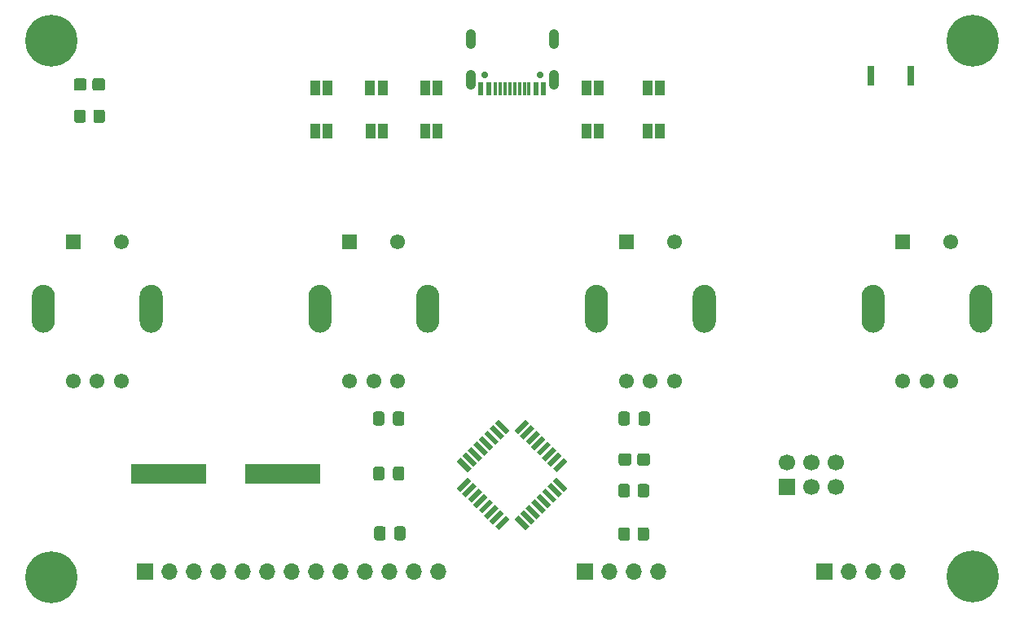
<source format=gts>
%TF.GenerationSoftware,KiCad,Pcbnew,(5.1.10)-1*%
%TF.CreationDate,2021-08-25T15:30:51+02:00*%
%TF.ProjectId,Console,436f6e73-6f6c-4652-9e6b-696361645f70,v01*%
%TF.SameCoordinates,Original*%
%TF.FileFunction,Soldermask,Top*%
%TF.FilePolarity,Negative*%
%FSLAX46Y46*%
G04 Gerber Fmt 4.6, Leading zero omitted, Abs format (unit mm)*
G04 Created by KiCad (PCBNEW (5.1.10)-1) date 2021-08-25 15:30:51*
%MOMM*%
%LPD*%
G01*
G04 APERTURE LIST*
%ADD10C,5.400000*%
%ADD11R,1.000000X1.500000*%
%ADD12C,1.700000*%
%ADD13R,1.700000X1.700000*%
%ADD14R,0.800000X2.000000*%
%ADD15O,1.700000X1.700000*%
%ADD16R,1.550000X1.550000*%
%ADD17C,1.550000*%
%ADD18R,7.875000X2.000000*%
%ADD19R,0.600000X1.450000*%
%ADD20R,0.300000X1.450000*%
%ADD21O,1.050000X2.100000*%
%ADD22C,0.700000*%
%ADD23C,0.100000*%
G04 APERTURE END LIST*
D10*
%TO.C,PAD4*%
X194131000Y-123634000D03*
%TD*%
%TO.C,PAD3*%
X98350000Y-123698000D03*
%TD*%
%TO.C,PAD2*%
X194131000Y-67881500D03*
%TD*%
%TO.C,PAD1*%
X98350000Y-67881500D03*
%TD*%
%TO.C,C1*%
G36*
G01*
X131789000Y-107663000D02*
X131789000Y-106713000D01*
G75*
G02*
X132039000Y-106463000I250000J0D01*
G01*
X132714000Y-106463000D01*
G75*
G02*
X132964000Y-106713000I0J-250000D01*
G01*
X132964000Y-107663000D01*
G75*
G02*
X132714000Y-107913000I-250000J0D01*
G01*
X132039000Y-107913000D01*
G75*
G02*
X131789000Y-107663000I0J250000D01*
G01*
G37*
G36*
G01*
X133864000Y-107663000D02*
X133864000Y-106713000D01*
G75*
G02*
X134114000Y-106463000I250000J0D01*
G01*
X134789000Y-106463000D01*
G75*
G02*
X135039000Y-106713000I0J-250000D01*
G01*
X135039000Y-107663000D01*
G75*
G02*
X134789000Y-107913000I-250000J0D01*
G01*
X134114000Y-107913000D01*
G75*
G02*
X133864000Y-107663000I0J250000D01*
G01*
G37*
%TD*%
D11*
%TO.C,JP8*%
X161635000Y-77292200D03*
X160335000Y-77292200D03*
%TD*%
D12*
%TO.C,J1*%
X179896000Y-111760000D03*
X179896000Y-114300000D03*
D13*
X174816000Y-114300000D03*
D12*
X174816000Y-111760000D03*
X177356000Y-114300000D03*
X177356000Y-111760000D03*
%TD*%
%TO.C,C2*%
G36*
G01*
X133864000Y-113379000D02*
X133864000Y-112429000D01*
G75*
G02*
X134114000Y-112179000I250000J0D01*
G01*
X134789000Y-112179000D01*
G75*
G02*
X135039000Y-112429000I0J-250000D01*
G01*
X135039000Y-113379000D01*
G75*
G02*
X134789000Y-113629000I-250000J0D01*
G01*
X134114000Y-113629000D01*
G75*
G02*
X133864000Y-113379000I0J250000D01*
G01*
G37*
G36*
G01*
X131789000Y-113379000D02*
X131789000Y-112429000D01*
G75*
G02*
X132039000Y-112179000I250000J0D01*
G01*
X132714000Y-112179000D01*
G75*
G02*
X132964000Y-112429000I0J-250000D01*
G01*
X132964000Y-113379000D01*
G75*
G02*
X132714000Y-113629000I-250000J0D01*
G01*
X132039000Y-113629000D01*
G75*
G02*
X131789000Y-113379000I0J250000D01*
G01*
G37*
%TD*%
D14*
%TO.C,SW5*%
X183494000Y-71564500D03*
X187694000Y-71564500D03*
%TD*%
%TO.C,R2*%
G36*
G01*
X157277000Y-115132001D02*
X157277000Y-114231999D01*
G75*
G02*
X157526999Y-113982000I249999J0D01*
G01*
X158227001Y-113982000D01*
G75*
G02*
X158477000Y-114231999I0J-249999D01*
G01*
X158477000Y-115132001D01*
G75*
G02*
X158227001Y-115382000I-249999J0D01*
G01*
X157526999Y-115382000D01*
G75*
G02*
X157277000Y-115132001I0J249999D01*
G01*
G37*
G36*
G01*
X159277000Y-115132001D02*
X159277000Y-114231999D01*
G75*
G02*
X159526999Y-113982000I249999J0D01*
G01*
X160227001Y-113982000D01*
G75*
G02*
X160477000Y-114231999I0J-249999D01*
G01*
X160477000Y-115132001D01*
G75*
G02*
X160227001Y-115382000I-249999J0D01*
G01*
X159526999Y-115382000D01*
G75*
G02*
X159277000Y-115132001I0J249999D01*
G01*
G37*
%TD*%
D15*
%TO.C,J4*%
X161450000Y-123126000D03*
X158910000Y-123126000D03*
X156370000Y-123126000D03*
D13*
X153830000Y-123126000D03*
%TD*%
D11*
%TO.C,JP1*%
X155285000Y-72847200D03*
X153985000Y-72847200D03*
%TD*%
%TO.C,JP3*%
X160335000Y-72847200D03*
X161635000Y-72847200D03*
%TD*%
%TO.C,JP10*%
X155285000Y-77292200D03*
X153985000Y-77292200D03*
%TD*%
%TO.C,JP2*%
X132806000Y-77292200D03*
X131506000Y-77292200D03*
%TD*%
%TO.C,JP9*%
X131491000Y-72847200D03*
X132791000Y-72847200D03*
%TD*%
%TO.C,D1*%
G36*
G01*
X157315000Y-111842001D02*
X157315000Y-111041999D01*
G75*
G02*
X157564999Y-110792000I249999J0D01*
G01*
X158390001Y-110792000D01*
G75*
G02*
X158640000Y-111041999I0J-249999D01*
G01*
X158640000Y-111842001D01*
G75*
G02*
X158390001Y-112092000I-249999J0D01*
G01*
X157564999Y-112092000D01*
G75*
G02*
X157315000Y-111842001I0J249999D01*
G01*
G37*
G36*
G01*
X159240000Y-111842001D02*
X159240000Y-111041999D01*
G75*
G02*
X159489999Y-110792000I249999J0D01*
G01*
X160315001Y-110792000D01*
G75*
G02*
X160565000Y-111041999I0J-249999D01*
G01*
X160565000Y-111842001D01*
G75*
G02*
X160315001Y-112092000I-249999J0D01*
G01*
X159489999Y-112092000D01*
G75*
G02*
X159240000Y-111842001I0J249999D01*
G01*
G37*
%TD*%
D15*
%TO.C,J3*%
X138557000Y-123126000D03*
X136017000Y-123126000D03*
X133477000Y-123126000D03*
X130937000Y-123126000D03*
X128397000Y-123126000D03*
X125857000Y-123126000D03*
X123317000Y-123126000D03*
X120777000Y-123126000D03*
X118237000Y-123126000D03*
X115697000Y-123126000D03*
X113157000Y-123126000D03*
X110617000Y-123126000D03*
D13*
X108077000Y-123126000D03*
%TD*%
D15*
%TO.C,J5*%
X186309000Y-123126000D03*
X183769000Y-123126000D03*
X181229000Y-123126000D03*
D13*
X178689000Y-123126000D03*
%TD*%
D16*
%TO.C,SW1*%
X100624000Y-88773800D03*
D17*
X105624000Y-88773800D03*
X100624000Y-103273800D03*
X103124000Y-103273800D03*
X105624000Y-103273800D03*
G36*
G01*
X96324000Y-97073800D02*
X96324000Y-94473800D01*
G75*
G02*
X97524000Y-93273800I1200000J0D01*
G01*
X97524000Y-93273800D01*
G75*
G02*
X98724000Y-94473800I0J-1200000D01*
G01*
X98724000Y-97073800D01*
G75*
G02*
X97524000Y-98273800I-1200000J0D01*
G01*
X97524000Y-98273800D01*
G75*
G02*
X96324000Y-97073800I0J1200000D01*
G01*
G37*
G36*
G01*
X107524000Y-97073800D02*
X107524000Y-94473800D01*
G75*
G02*
X108724000Y-93273800I1200000J0D01*
G01*
X108724000Y-93273800D01*
G75*
G02*
X109924000Y-94473800I0J-1200000D01*
G01*
X109924000Y-97073800D01*
G75*
G02*
X108724000Y-98273800I-1200000J0D01*
G01*
X108724000Y-98273800D01*
G75*
G02*
X107524000Y-97073800I0J1200000D01*
G01*
G37*
%TD*%
D18*
%TO.C,Y1*%
X122396500Y-112966000D03*
X110521500Y-112966000D03*
%TD*%
D19*
%TO.C,J2*%
X149503000Y-72862200D03*
X148703000Y-72862200D03*
D20*
X146503000Y-72862200D03*
X147003000Y-72862200D03*
X147503000Y-72862200D03*
X148003000Y-72862200D03*
X146003000Y-72862200D03*
X145503000Y-72862200D03*
X145003000Y-72862200D03*
X144503000Y-72862200D03*
D19*
X143803000Y-72862200D03*
X143003000Y-72862200D03*
D21*
X150573000Y-71947200D03*
X141933000Y-71947200D03*
X150573000Y-67767200D03*
X141933000Y-67767200D03*
D22*
X149143000Y-71417200D03*
X143363000Y-71417200D03*
%TD*%
%TO.C,C3*%
G36*
G01*
X131915000Y-119601000D02*
X131915000Y-118651000D01*
G75*
G02*
X132165000Y-118401000I250000J0D01*
G01*
X132840000Y-118401000D01*
G75*
G02*
X133090000Y-118651000I0J-250000D01*
G01*
X133090000Y-119601000D01*
G75*
G02*
X132840000Y-119851000I-250000J0D01*
G01*
X132165000Y-119851000D01*
G75*
G02*
X131915000Y-119601000I0J250000D01*
G01*
G37*
G36*
G01*
X133990000Y-119601000D02*
X133990000Y-118651000D01*
G75*
G02*
X134240000Y-118401000I250000J0D01*
G01*
X134915000Y-118401000D01*
G75*
G02*
X135165000Y-118651000I0J-250000D01*
G01*
X135165000Y-119601000D01*
G75*
G02*
X134915000Y-119851000I-250000J0D01*
G01*
X134240000Y-119851000D01*
G75*
G02*
X133990000Y-119601000I0J250000D01*
G01*
G37*
%TD*%
D11*
%TO.C,JP4*%
X125791000Y-72847200D03*
X127091000Y-72847200D03*
%TD*%
%TO.C,R1*%
G36*
G01*
X157277000Y-119640001D02*
X157277000Y-118739999D01*
G75*
G02*
X157526999Y-118490000I249999J0D01*
G01*
X158227001Y-118490000D01*
G75*
G02*
X158477000Y-118739999I0J-249999D01*
G01*
X158477000Y-119640001D01*
G75*
G02*
X158227001Y-119890000I-249999J0D01*
G01*
X157526999Y-119890000D01*
G75*
G02*
X157277000Y-119640001I0J249999D01*
G01*
G37*
G36*
G01*
X159277000Y-119640001D02*
X159277000Y-118739999D01*
G75*
G02*
X159526999Y-118490000I249999J0D01*
G01*
X160227001Y-118490000D01*
G75*
G02*
X160477000Y-118739999I0J-249999D01*
G01*
X160477000Y-119640001D01*
G75*
G02*
X160227001Y-119890000I-249999J0D01*
G01*
X159526999Y-119890000D01*
G75*
G02*
X159277000Y-119640001I0J249999D01*
G01*
G37*
%TD*%
%TO.C,JP5*%
X137221000Y-72847200D03*
X138521000Y-72847200D03*
%TD*%
%TO.C,JP6*%
X137221000Y-77292200D03*
X138521000Y-77292200D03*
%TD*%
%TO.C,JP7*%
X127091000Y-77292200D03*
X125791000Y-77292200D03*
%TD*%
D23*
%TO.C,U1*%
G36*
X140883666Y-114815445D02*
G01*
X140494757Y-114426536D01*
X141626128Y-113295165D01*
X142015037Y-113684074D01*
X140883666Y-114815445D01*
G37*
G36*
X141449352Y-115381130D02*
G01*
X141060443Y-114992221D01*
X142191814Y-113860850D01*
X142580723Y-114249759D01*
X141449352Y-115381130D01*
G37*
G36*
X142015037Y-115946816D02*
G01*
X141626128Y-115557907D01*
X142757499Y-114426536D01*
X143146408Y-114815445D01*
X142015037Y-115946816D01*
G37*
G36*
X142580722Y-116512501D02*
G01*
X142191813Y-116123592D01*
X143323184Y-114992221D01*
X143712093Y-115381130D01*
X142580722Y-116512501D01*
G37*
G36*
X143146408Y-117078187D02*
G01*
X142757499Y-116689278D01*
X143888870Y-115557907D01*
X144277779Y-115946816D01*
X143146408Y-117078187D01*
G37*
G36*
X143712093Y-117643872D02*
G01*
X143323184Y-117254963D01*
X144454555Y-116123592D01*
X144843464Y-116512501D01*
X143712093Y-117643872D01*
G37*
G36*
X144277779Y-118209557D02*
G01*
X143888870Y-117820648D01*
X145020241Y-116689277D01*
X145409150Y-117078186D01*
X144277779Y-118209557D01*
G37*
G36*
X144843464Y-118775243D02*
G01*
X144454555Y-118386334D01*
X145585926Y-117254963D01*
X145974835Y-117643872D01*
X144843464Y-118775243D01*
G37*
G36*
X148025445Y-118386334D02*
G01*
X147636536Y-118775243D01*
X146505165Y-117643872D01*
X146894074Y-117254963D01*
X148025445Y-118386334D01*
G37*
G36*
X148591130Y-117820648D02*
G01*
X148202221Y-118209557D01*
X147070850Y-117078186D01*
X147459759Y-116689277D01*
X148591130Y-117820648D01*
G37*
G36*
X149156816Y-117254963D02*
G01*
X148767907Y-117643872D01*
X147636536Y-116512501D01*
X148025445Y-116123592D01*
X149156816Y-117254963D01*
G37*
G36*
X149722501Y-116689278D02*
G01*
X149333592Y-117078187D01*
X148202221Y-115946816D01*
X148591130Y-115557907D01*
X149722501Y-116689278D01*
G37*
G36*
X150288187Y-116123592D02*
G01*
X149899278Y-116512501D01*
X148767907Y-115381130D01*
X149156816Y-114992221D01*
X150288187Y-116123592D01*
G37*
G36*
X150853872Y-115557907D02*
G01*
X150464963Y-115946816D01*
X149333592Y-114815445D01*
X149722501Y-114426536D01*
X150853872Y-115557907D01*
G37*
G36*
X151419557Y-114992221D02*
G01*
X151030648Y-115381130D01*
X149899277Y-114249759D01*
X150288186Y-113860850D01*
X151419557Y-114992221D01*
G37*
G36*
X151985243Y-114426536D02*
G01*
X151596334Y-114815445D01*
X150464963Y-113684074D01*
X150853872Y-113295165D01*
X151985243Y-114426536D01*
G37*
G36*
X150853872Y-112764835D02*
G01*
X150464963Y-112375926D01*
X151596334Y-111244555D01*
X151985243Y-111633464D01*
X150853872Y-112764835D01*
G37*
G36*
X150288186Y-112199150D02*
G01*
X149899277Y-111810241D01*
X151030648Y-110678870D01*
X151419557Y-111067779D01*
X150288186Y-112199150D01*
G37*
G36*
X149722501Y-111633464D02*
G01*
X149333592Y-111244555D01*
X150464963Y-110113184D01*
X150853872Y-110502093D01*
X149722501Y-111633464D01*
G37*
G36*
X149156816Y-111067779D02*
G01*
X148767907Y-110678870D01*
X149899278Y-109547499D01*
X150288187Y-109936408D01*
X149156816Y-111067779D01*
G37*
G36*
X148591130Y-110502093D02*
G01*
X148202221Y-110113184D01*
X149333592Y-108981813D01*
X149722501Y-109370722D01*
X148591130Y-110502093D01*
G37*
G36*
X148025445Y-109936408D02*
G01*
X147636536Y-109547499D01*
X148767907Y-108416128D01*
X149156816Y-108805037D01*
X148025445Y-109936408D01*
G37*
G36*
X147459759Y-109370723D02*
G01*
X147070850Y-108981814D01*
X148202221Y-107850443D01*
X148591130Y-108239352D01*
X147459759Y-109370723D01*
G37*
G36*
X146894074Y-108805037D02*
G01*
X146505165Y-108416128D01*
X147636536Y-107284757D01*
X148025445Y-107673666D01*
X146894074Y-108805037D01*
G37*
G36*
X145974835Y-108416128D02*
G01*
X145585926Y-108805037D01*
X144454555Y-107673666D01*
X144843464Y-107284757D01*
X145974835Y-108416128D01*
G37*
G36*
X145409150Y-108981814D02*
G01*
X145020241Y-109370723D01*
X143888870Y-108239352D01*
X144277779Y-107850443D01*
X145409150Y-108981814D01*
G37*
G36*
X144843464Y-109547499D02*
G01*
X144454555Y-109936408D01*
X143323184Y-108805037D01*
X143712093Y-108416128D01*
X144843464Y-109547499D01*
G37*
G36*
X144277779Y-110113184D02*
G01*
X143888870Y-110502093D01*
X142757499Y-109370722D01*
X143146408Y-108981813D01*
X144277779Y-110113184D01*
G37*
G36*
X143712093Y-110678870D02*
G01*
X143323184Y-111067779D01*
X142191813Y-109936408D01*
X142580722Y-109547499D01*
X143712093Y-110678870D01*
G37*
G36*
X143146408Y-111244555D02*
G01*
X142757499Y-111633464D01*
X141626128Y-110502093D01*
X142015037Y-110113184D01*
X143146408Y-111244555D01*
G37*
G36*
X142580723Y-111810241D02*
G01*
X142191814Y-112199150D01*
X141060443Y-111067779D01*
X141449352Y-110678870D01*
X142580723Y-111810241D01*
G37*
G36*
X142015037Y-112375926D02*
G01*
X141626128Y-112764835D01*
X140494757Y-111633464D01*
X140883666Y-111244555D01*
X142015037Y-112375926D01*
G37*
%TD*%
%TO.C,SW2*%
G36*
G01*
X136268000Y-97073800D02*
X136268000Y-94473800D01*
G75*
G02*
X137468000Y-93273800I1200000J0D01*
G01*
X137468000Y-93273800D01*
G75*
G02*
X138668000Y-94473800I0J-1200000D01*
G01*
X138668000Y-97073800D01*
G75*
G02*
X137468000Y-98273800I-1200000J0D01*
G01*
X137468000Y-98273800D01*
G75*
G02*
X136268000Y-97073800I0J1200000D01*
G01*
G37*
G36*
G01*
X125068000Y-97073800D02*
X125068000Y-94473800D01*
G75*
G02*
X126268000Y-93273800I1200000J0D01*
G01*
X126268000Y-93273800D01*
G75*
G02*
X127468000Y-94473800I0J-1200000D01*
G01*
X127468000Y-97073800D01*
G75*
G02*
X126268000Y-98273800I-1200000J0D01*
G01*
X126268000Y-98273800D01*
G75*
G02*
X125068000Y-97073800I0J1200000D01*
G01*
G37*
D17*
X134368000Y-103273800D03*
X131868000Y-103273800D03*
X129368000Y-103273800D03*
X134368000Y-88773800D03*
D16*
X129368000Y-88773800D03*
%TD*%
%TO.C,D2*%
G36*
G01*
X103939000Y-72053499D02*
X103939000Y-72853501D01*
G75*
G02*
X103689001Y-73103500I-249999J0D01*
G01*
X102863999Y-73103500D01*
G75*
G02*
X102614000Y-72853501I0J249999D01*
G01*
X102614000Y-72053499D01*
G75*
G02*
X102863999Y-71803500I249999J0D01*
G01*
X103689001Y-71803500D01*
G75*
G02*
X103939000Y-72053499I0J-249999D01*
G01*
G37*
G36*
G01*
X102014000Y-72053499D02*
X102014000Y-72853501D01*
G75*
G02*
X101764001Y-73103500I-249999J0D01*
G01*
X100938999Y-73103500D01*
G75*
G02*
X100689000Y-72853501I0J249999D01*
G01*
X100689000Y-72053499D01*
G75*
G02*
X100938999Y-71803500I249999J0D01*
G01*
X101764001Y-71803500D01*
G75*
G02*
X102014000Y-72053499I0J-249999D01*
G01*
G37*
%TD*%
%TO.C,R3*%
G36*
G01*
X103914000Y-75305499D02*
X103914000Y-76205501D01*
G75*
G02*
X103664001Y-76455500I-249999J0D01*
G01*
X102963999Y-76455500D01*
G75*
G02*
X102714000Y-76205501I0J249999D01*
G01*
X102714000Y-75305499D01*
G75*
G02*
X102963999Y-75055500I249999J0D01*
G01*
X103664001Y-75055500D01*
G75*
G02*
X103914000Y-75305499I0J-249999D01*
G01*
G37*
G36*
G01*
X101914000Y-75305499D02*
X101914000Y-76205501D01*
G75*
G02*
X101664001Y-76455500I-249999J0D01*
G01*
X100963999Y-76455500D01*
G75*
G02*
X100714000Y-76205501I0J249999D01*
G01*
X100714000Y-75305499D01*
G75*
G02*
X100963999Y-75055500I249999J0D01*
G01*
X101664001Y-75055500D01*
G75*
G02*
X101914000Y-75305499I0J-249999D01*
G01*
G37*
%TD*%
%TO.C,SW3*%
X158113000Y-88773800D03*
D17*
X163113000Y-88773800D03*
X158113000Y-103273800D03*
X160613000Y-103273800D03*
X163113000Y-103273800D03*
G36*
G01*
X153813000Y-97073800D02*
X153813000Y-94473800D01*
G75*
G02*
X155013000Y-93273800I1200000J0D01*
G01*
X155013000Y-93273800D01*
G75*
G02*
X156213000Y-94473800I0J-1200000D01*
G01*
X156213000Y-97073800D01*
G75*
G02*
X155013000Y-98273800I-1200000J0D01*
G01*
X155013000Y-98273800D01*
G75*
G02*
X153813000Y-97073800I0J1200000D01*
G01*
G37*
G36*
G01*
X165013000Y-97073800D02*
X165013000Y-94473800D01*
G75*
G02*
X166213000Y-93273800I1200000J0D01*
G01*
X166213000Y-93273800D01*
G75*
G02*
X167413000Y-94473800I0J-1200000D01*
G01*
X167413000Y-97073800D01*
G75*
G02*
X166213000Y-98273800I-1200000J0D01*
G01*
X166213000Y-98273800D01*
G75*
G02*
X165013000Y-97073800I0J1200000D01*
G01*
G37*
%TD*%
%TO.C,SW4*%
G36*
G01*
X193757000Y-97073800D02*
X193757000Y-94473800D01*
G75*
G02*
X194957000Y-93273800I1200000J0D01*
G01*
X194957000Y-93273800D01*
G75*
G02*
X196157000Y-94473800I0J-1200000D01*
G01*
X196157000Y-97073800D01*
G75*
G02*
X194957000Y-98273800I-1200000J0D01*
G01*
X194957000Y-98273800D01*
G75*
G02*
X193757000Y-97073800I0J1200000D01*
G01*
G37*
G36*
G01*
X182557000Y-97073800D02*
X182557000Y-94473800D01*
G75*
G02*
X183757000Y-93273800I1200000J0D01*
G01*
X183757000Y-93273800D01*
G75*
G02*
X184957000Y-94473800I0J-1200000D01*
G01*
X184957000Y-97073800D01*
G75*
G02*
X183757000Y-98273800I-1200000J0D01*
G01*
X183757000Y-98273800D01*
G75*
G02*
X182557000Y-97073800I0J1200000D01*
G01*
G37*
X191857000Y-103273800D03*
X189357000Y-103273800D03*
X186857000Y-103273800D03*
X191857000Y-88773800D03*
D16*
X186857000Y-88773800D03*
%TD*%
%TO.C,C4*%
G36*
G01*
X157294000Y-107663000D02*
X157294000Y-106713000D01*
G75*
G02*
X157544000Y-106463000I250000J0D01*
G01*
X158219000Y-106463000D01*
G75*
G02*
X158469000Y-106713000I0J-250000D01*
G01*
X158469000Y-107663000D01*
G75*
G02*
X158219000Y-107913000I-250000J0D01*
G01*
X157544000Y-107913000D01*
G75*
G02*
X157294000Y-107663000I0J250000D01*
G01*
G37*
G36*
G01*
X159369000Y-107663000D02*
X159369000Y-106713000D01*
G75*
G02*
X159619000Y-106463000I250000J0D01*
G01*
X160294000Y-106463000D01*
G75*
G02*
X160544000Y-106713000I0J-250000D01*
G01*
X160544000Y-107663000D01*
G75*
G02*
X160294000Y-107913000I-250000J0D01*
G01*
X159619000Y-107913000D01*
G75*
G02*
X159369000Y-107663000I0J250000D01*
G01*
G37*
%TD*%
M02*

</source>
